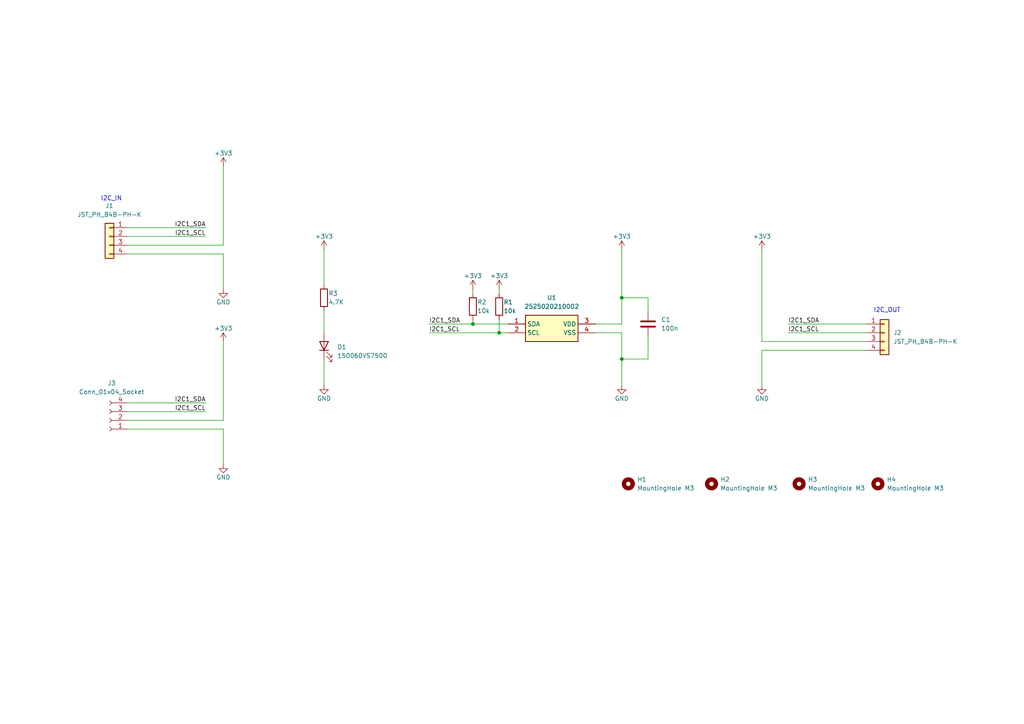
<source format=kicad_sch>
(kicad_sch (version 20230121) (generator eeschema)
  (paper "A4")
  (lib_symbols
    (symbol "BiltongBoardSensorExpansion:2525020210002"
      (property "Reference" "U" (at 21.59 7.62 0))
      (property "Value" "2525020210002" (at 21.59 5.08 0))
      (symbol "2525020210002_1_1"
        (rectangle (start 5.08 2.54) (end 20.32 -5.08) (stroke (width 0.254)) (fill (type background)))
        (pin passive line (at 0 0 0) (length 5.08) (name "SDA") (number "1"))
        (pin passive line (at 0 -2.54 0) (length 5.08) (name "SCL") (number "2"))
        (pin passive line (at 25.4 0 180) (length 5.08) (name "VDD") (number "3"))
        (pin passive line (at 25.4 -2.54 180) (length 5.08) (name "VSS") (number "4"))
      )
    )
    (symbol "Connector:Conn_01x04_Socket" (pin_names (offset 1.016) hide)
      (property "Reference" "J" (at 0 5.08 0))
      (property "Value" "Conn_01x04_Socket" (at 0 -7.62 0))
      (symbol "Conn_01x04_Socket_1_1"
        (arc (start 0 -4.572) (mid -0.5058 -5.08) (end 0 -5.588) (stroke (width 0.1524)))
        (arc (start 0 -2.032) (mid -0.5058 -2.54) (end 0 -3.048) (stroke (width 0.1524)))
        (polyline (pts (xy -1.27 -5.08) (xy -0.508 -5.08)) (stroke (width 0.1524)))
        (polyline (pts (xy -1.27 -2.54) (xy -0.508 -2.54)) (stroke (width 0.1524)))
        (polyline (pts (xy -1.27 0) (xy -0.508 0)) (stroke (width 0.1524)))
        (polyline (pts (xy -1.27 2.54) (xy -0.508 2.54)) (stroke (width 0.1524)))
        (arc (start 0 0.508) (mid -0.5058 0) (end 0 -0.508) (stroke (width 0.1524)))
        (arc (start 0 3.048) (mid -0.5058 2.54) (end 0 2.032) (stroke (width 0.1524)))
        (pin passive line (at -5.08 2.54 0) (length 3.81) (name "Pin_1") (number "1"))
        (pin passive line (at -5.08 0 0) (length 3.81) (name "Pin_2") (number "2"))
        (pin passive line (at -5.08 -2.54 0) (length 3.81) (name "Pin_3") (number "3"))
        (pin passive line (at -5.08 -5.08 0) (length 3.81) (name "Pin_4") (number "4"))
      )
    )
    (symbol "Connector_Generic:Conn_01x04" (pin_names (offset 1.016) hide)
      (property "Reference" "J" (at 0 5.08 0))
      (property "Value" "Conn_01x04" (at 0 -7.62 0))
      (symbol "Conn_01x04_1_1"
        (rectangle (start -1.27 -4.953) (end 0 -5.207) (stroke (width 0.1524)))
        (rectangle (start -1.27 -2.413) (end 0 -2.667) (stroke (width 0.1524)))
        (rectangle (start -1.27 0.127) (end 0 -0.127) (stroke (width 0.1524)))
        (rectangle (start -1.27 2.667) (end 0 2.413) (stroke (width 0.1524)))
        (rectangle (start -1.27 3.81) (end 1.27 -6.35) (stroke (width 0.254)) (fill (type background)))
        (pin passive line (at -5.08 2.54 0) (length 3.81) (name "Pin_1") (number "1"))
        (pin passive line (at -5.08 0 0) (length 3.81) (name "Pin_2") (number "2"))
        (pin passive line (at -5.08 -2.54 0) (length 3.81) (name "Pin_3") (number "3"))
        (pin passive line (at -5.08 -5.08 0) (length 3.81) (name "Pin_4") (number "4"))
      )
    )
    (symbol "Device:C" (pin_numbers hide) (pin_names (offset 0.254))
      (property "Reference" "C" (at 0.635 2.54 0))
      (property "Value" "C" (at 0.635 -2.54 0))
      (symbol "C_0_1"
        (polyline (pts (xy -2.032 -0.762) (xy 2.032 -0.762)) (stroke (width 0.508)))
        (polyline (pts (xy -2.032 0.762) (xy 2.032 0.762)) (stroke (width 0.508)))
      )
      (symbol "C_1_1"
        (pin passive line (at 0 3.81 270) (length 2.794) (name "~") (number "1"))
        (pin passive line (at 0 -3.81 90) (length 2.794) (name "~") (number "2"))
      )
    )
    (symbol "Device:LED" (pin_numbers hide) (pin_names (offset 1.016) hide)
      (property "Reference" "D" (at 0 2.54 0))
      (property "Value" "LED" (at 0 -2.54 0))
      (symbol "LED_0_1"
        (polyline (pts (xy -1.27 -1.27) (xy -1.27 1.27)) (stroke (width 0.254)))
        (polyline (pts (xy -1.27 0) (xy 1.27 0)))
        (polyline (pts (xy 1.27 -1.27) (xy 1.27 1.27) (xy -1.27 0) (xy 1.27 -1.27)) (stroke (width 0.254)))
        (polyline (pts (xy -3.048 -0.762) (xy -4.572 -2.286) (xy -3.81 -2.286) (xy -4.572 -2.286) (xy -4.572 -1.524)))
        (polyline (pts (xy -1.778 -0.762) (xy -3.302 -2.286) (xy -2.54 -2.286) (xy -3.302 -2.286) (xy -3.302 -1.524)))
      )
      (symbol "LED_1_1"
        (pin passive line (at -3.81 0 0) (length 2.54) (name "K") (number "1"))
        (pin passive line (at 3.81 0 180) (length 2.54) (name "A") (number "2"))
      )
    )
    (symbol "Device:R" (pin_numbers hide) (pin_names (offset 0))
      (property "Reference" "R" (at 2.032 0 90))
      (property "Value" "R" (at 0 0 90))
      (symbol "R_0_1"
        (rectangle (start -1.016 -2.54) (end 1.016 2.54) (stroke (width 0.254)))
      )
      (symbol "R_1_1"
        (pin passive line (at 0 3.81 270) (length 1.27) (name "~") (number "1"))
        (pin passive line (at 0 -3.81 90) (length 1.27) (name "~") (number "2"))
      )
    )
    (symbol "Mechanical:MountingHole" (pin_names (offset 1.016))
      (property "Reference" "H" (at 0 5.08 0))
      (property "Value" "MountingHole" (at 0 3.175 0))
      (symbol "MountingHole_0_1"
        (circle (center 0 0) (radius 1.27) (stroke (width 1.27)))
      )
    )
    (symbol "power:+3V3" (power) (pin_names (offset 0))
      (property "Value" "+3V3" (at 0 3.556 0))
      (symbol "+3V3_0_1"
        (polyline (pts (xy -0.762 1.27) (xy 0 2.54)))
        (polyline (pts (xy 0 0) (xy 0 2.54)))
        (polyline (pts (xy 0 2.54) (xy 0.762 1.27)))
      )
      (symbol "+3V3_1_1"
        (pin power_in line (at 0 0 90) (length 0) hide (name "+3V3") (number "1"))
      )
    )
    (symbol "power:GND" (power) (pin_names (offset 0))
      (property "Value" "GND" (at 0 -3.81 0))
      (symbol "GND_0_1"
        (polyline (pts (xy 0 0) (xy 0 -1.27) (xy 1.27 -1.27) (xy 0 -2.54) (xy -1.27 -1.27) (xy 0 -1.27)))
      )
      (symbol "GND_1_1"
        (pin power_in line (at 0 0 270) (length 0) hide (name "GND") (number "1"))
      )
    )
  )
  (junction (at 137.16 93.98))
  (junction (at 144.78 96.52))
  (junction (at 180.34 104.14))
  (junction (at 180.34 86.36))
  (wire (pts (xy 144.78 83.82) (xy 144.78 85.09)))
  (wire (pts (xy 64.77 99.06) (xy 64.77 121.92)))
  (wire (pts (xy 64.77 73.66) (xy 36.83 73.66)))
  (wire (pts (xy 187.96 104.14) (xy 187.96 97.79)))
  (wire (pts (xy 64.77 124.46) (xy 36.83 124.46)))
  (wire (pts (xy 36.83 121.92) (xy 64.77 121.92)))
  (wire (pts (xy 36.83 68.58) (xy 59.69 68.58)))
  (wire (pts (xy 251.46 93.98) (xy 228.6 93.98)))
  (wire (pts (xy 251.46 96.52) (xy 228.6 96.52)))
  (wire (pts (xy 180.34 72.39) (xy 180.34 86.36)))
  (wire (pts (xy 220.98 72.39) (xy 220.98 99.06)))
  (wire (pts (xy 64.77 48.26) (xy 64.77 71.12)))
  (wire (pts (xy 93.98 90.17) (xy 93.98 96.52)))
  (wire (pts (xy 137.16 92.71) (xy 137.16 93.98)))
  (wire (pts (xy 144.78 96.52) (xy 124.46 96.52)))
  (wire (pts (xy 180.34 86.36) (xy 180.34 93.98)))
  (wire (pts (xy 147.32 96.52) (xy 144.78 96.52)))
  (wire (pts (xy 137.16 93.98) (xy 124.46 93.98)))
  (wire (pts (xy 172.72 93.98) (xy 180.34 93.98)))
  (wire (pts (xy 251.46 99.06) (xy 220.98 99.06)))
  (wire (pts (xy 36.83 71.12) (xy 64.77 71.12)))
  (wire (pts (xy 93.98 72.39) (xy 93.98 82.55)))
  (wire (pts (xy 180.34 104.14) (xy 187.96 104.14)))
  (wire (pts (xy 93.98 104.14) (xy 93.98 111.76)))
  (wire (pts (xy 187.96 86.36) (xy 180.34 86.36)))
  (wire (pts (xy 187.96 90.17) (xy 187.96 86.36)))
  (wire (pts (xy 180.34 104.14) (xy 180.34 111.76)))
  (wire (pts (xy 180.34 96.52) (xy 180.34 104.14)))
  (wire (pts (xy 36.83 116.84) (xy 59.69 116.84)))
  (wire (pts (xy 137.16 83.82) (xy 137.16 85.09)))
  (wire (pts (xy 144.78 92.71) (xy 144.78 96.52)))
  (wire (pts (xy 36.83 66.04) (xy 59.69 66.04)))
  (wire (pts (xy 147.32 93.98) (xy 137.16 93.98)))
  (wire (pts (xy 220.98 101.6) (xy 220.98 111.76)))
  (wire (pts (xy 220.98 101.6) (xy 251.46 101.6)))
  (wire (pts (xy 64.77 124.46) (xy 64.77 134.62)))
  (wire (pts (xy 172.72 96.52) (xy 180.34 96.52)))
  (wire (pts (xy 36.83 119.38) (xy 59.69 119.38)))
  (wire (pts (xy 64.77 73.66) (xy 64.77 83.82)))
  (text "I2C_OUT" (at 253.365 90.805 0) (effects (font (size 1.27 1.27)) (justify left bottom)))
  (text "I2C_IN" (at 29.21 58.42 0) (effects (font (size 1.27 1.27)) (justify left bottom)))
  (label "I2C1_SDA" (at 59.69 66.04 180))
  (label "I2C1_SDA" (at 124.46 93.98 0))
  (label "I2C1_SCL" (at 59.69 119.38 180))
  (label "I2C1_SCL" (at 59.69 68.58 180))
  (label "I2C1_SDA" (at 59.69 116.84 180))
  (label "I2C1_SCL" (at 124.46 96.52 0))
  (label "I2C1_SCL" (at 228.6 96.52 0))
  (label "I2C1_SDA" (at 228.6 93.98 0))
  (symbol (lib_id "Device:R") (at 144.78 88.9 180) (unit 1)
    (property "Reference" "R1" (at 146.05 87.63 0) (effects (justify right)))
    (property "Value" "10k" (at 146.05 90.17 0) (effects (justify right)))
    (property "Footprint" "Resistor_SMD:R_0603_1608Metric" (effects hide))
  )
  (symbol (lib_id "Connector_Generic:Conn_01x04") (at 31.75 68.58 0) (mirror y) (unit 1)
    (property "Reference" "J1" (at 31.75 59.69 0))
    (property "Value" "JST_PH_B4B-PH-K" (at 31.75 62.23 0))
    (property "Footprint" "Connector_JST:JST_PH_B4B-PH-K_1x04_P2.00mm_Vertical" (effects hide))
  )
  (symbol (lib_id "power:+3V3") (at 64.77 48.26 0) (mirror y) (unit 1)
    (property "Reference" "#PWR01" (effects hide))
    (property "Value" "+3V3" (at 64.77 44.45 0))
  )
  (symbol (lib_id "power:+3V3") (at 180.34 72.39 0) (mirror y) (unit 1)
    (property "Reference" "#PWR04" (effects hide))
    (property "Value" "+3V3" (at 180.34 68.58 0))
  )
  (symbol (lib_id "Connector_Generic:Conn_01x04") (at 256.54 96.52 0) (unit 1)
    (property "Reference" "J2" (at 259.08 96.52 0) (effects (justify left)))
    (property "Value" "JST_PH_B4B-PH-K" (at 259.08 99.06 0) (effects (justify left)))
    (property "Footprint" "Connector_JST:JST_PH_B4B-PH-K_1x04_P2.00mm_Vertical" (effects hide))
  )
  (symbol (lib_id "power:+3V3") (at 64.77 99.06 0) (mirror y) (unit 1)
    (property "Reference" "#PWR07" (effects hide))
    (property "Value" "+3V3" (at 64.77 95.25 0))
  )
  (symbol (lib_id "Mechanical:MountingHole") (at 254.635 140.335 0) (unit 1) (in_bom no)
    (property "Reference" "H4" (at 257.175 139.065 0) (effects (justify left)))
    (property "Value" "MountingHole M3" (at 257.175 141.605 0) (effects (justify left)))
    (property "Footprint" "MountingHole:MountingHole_3.2mm_M3" (effects hide))
  )
  (symbol (lib_id "Device:LED") (at 93.98 100.33 90) (unit 1)
    (property "Reference" "D1" (at 97.79 100.6475 90) (effects (justify right)))
    (property "Value" "150060VS7500" (at 97.79 103.1875 90) (effects (justify right)))
    (property "Footprint" "LED_SMD:LED_0603_1608Metric" (effects hide))
    (property "Datasheet" "https://www.digikey.com/en/products/detail/w%C3%BCrth-elektronik/150060VS75000/4489906" (effects hide))
  )
  (symbol (lib_id "power:GND") (at 180.34 111.76 0) (mirror y) (unit 1)
    (property "Reference" "#PWR03" (effects hide))
    (property "Value" "GND" (at 180.34 115.57 0))
  )
  (symbol (lib_id "power:GND") (at 93.98 111.76 0) (mirror y) (unit 1)
    (property "Reference" "#PWR012" (effects hide))
    (property "Value" "GND" (at 93.98 115.57 0))
  )
  (symbol (lib_id "power:+3V3") (at 220.98 72.39 0) (unit 1)
    (property "Reference" "#PWR09" (effects hide))
    (property "Value" "+3V3" (at 220.98 68.58 0))
  )
  (symbol (lib_id "Device:R") (at 137.16 88.9 180) (unit 1)
    (property "Reference" "R2" (at 138.43 87.63 0) (effects (justify right)))
    (property "Value" "10k" (at 138.43 90.17 0) (effects (justify right)))
    (property "Footprint" "Resistor_SMD:R_0603_1608Metric" (effects hide))
  )
  (symbol (lib_id "power:GND") (at 64.77 83.82 0) (mirror y) (unit 1)
    (property "Reference" "#PWR02" (effects hide))
    (property "Value" "GND" (at 64.77 87.63 0))
  )
  (symbol (lib_id "Device:C") (at 187.96 93.98 0) (unit 1)
    (property "Reference" "C1" (at 191.77 92.71 0) (effects (justify left)))
    (property "Value" "100n" (at 191.77 95.25 0) (effects (justify left)))
    (property "Footprint" "Capacitor_SMD:C_0603_1608Metric" (effects hide))
  )
  (symbol (lib_id "Mechanical:MountingHole") (at 206.375 140.335 90) (unit 1) (in_bom no)
    (property "Reference" "H2" (at 208.915 139.065 90) (effects (justify right)))
    (property "Value" "MountingHole M3" (at 208.915 141.605 90) (effects (justify right)))
    (property "Footprint" "MountingHole:MountingHole_3.2mm_M3" (effects hide))
  )
  (symbol (lib_id "Connector:Conn_01x04_Socket") (at 31.75 121.92 180) (unit 1)
    (property "Reference" "J3" (at 32.385 111.125 0))
    (property "Value" "Conn_01x04_Socket" (at 32.385 113.665 0))
    (property "Footprint" "Connector_PinHeader_2.54mm:PinHeader_1x04_P2.54mm_Vertical" (effects hide))
  )
  (symbol (lib_id "power:GND") (at 220.98 111.76 0) (unit 1)
    (property "Reference" "#PWR010" (effects hide))
    (property "Value" "GND" (at 220.98 115.57 0))
  )
  (symbol (lib_id "Mechanical:MountingHole") (at 231.775 140.335 0) (unit 1) (in_bom no)
    (property "Reference" "H3" (at 234.315 139.065 0) (effects (justify left)))
    (property "Value" "MountingHole M3" (at 234.315 141.605 0) (effects (justify left)))
    (property "Footprint" "MountingHole:MountingHole_3.2mm_M3" (effects hide))
  )
  (symbol (lib_id "power:+3V3") (at 137.16 83.82 0) (mirror y) (unit 1)
    (property "Reference" "#PWR05" (effects hide))
    (property "Value" "+3V3" (at 137.16 80.01 0))
  )
  (symbol (lib_id "Mechanical:MountingHole") (at 182.245 140.335 0) (unit 1) (in_bom no)
    (property "Reference" "H1" (at 184.785 139.065 0) (effects (justify left)))
    (property "Value" "MountingHole M3" (at 184.785 141.605 0) (effects (justify left)))
    (property "Footprint" "MountingHole:MountingHole_3.2mm_M3" (effects hide))
  )
  (symbol (lib_id "power:+3V3") (at 93.98 72.39 0) (mirror y) (unit 1)
    (property "Reference" "#PWR011" (effects hide))
    (property "Value" "+3V3" (at 93.98 68.58 0))
  )
  (symbol (lib_id "Device:R") (at 93.98 86.36 180) (unit 1)
    (property "Reference" "R3" (at 95.25 85.09 0) (effects (justify right)))
    (property "Value" "4.7K" (at 95.25 87.63 0) (effects (justify right)))
    (property "Footprint" "Resistor_SMD:R_0603_1608Metric" (effects hide))
  )
  (symbol (lib_id "power:+3V3") (at 144.78 83.82 0) (mirror y) (unit 1)
    (property "Reference" "#PWR06" (effects hide))
    (property "Value" "+3V3" (at 144.78 80.01 0))
  )
  (symbol (lib_id "BiltongBoardSensorExpansion:2525020210002") (at 147.32 93.98 0) (unit 1)
    (property "Reference" "U1" (at 160.02 86.36 0))
    (property "Value" "2525020210002" (at 160.02 88.9 0))
    (property "Footprint" "BiltongBoardSensorExpansion:2525020210002" (effects hide))
    (property "Datasheet" "https://www.we-online.com/components/products/datasheet/2525020210002_valid_from_2023-10-25.pdf" (effects hide))
    (property "Height" "0.59" (effects hide))
    (property "Mouser Part Number" "710-2525020210002" (effects hide))
    (property "Mouser Price/Stock" "https://www.mouser.co.uk/ProductDetail/Wurth-Elektronik/2525020210002?qs=HoCaDK9Nz5fMHXWEMIcK9w%3D%3D" (effects hide))
    (property "Manufacturer_Name" "Wurth Elektronik" (effects hide))
    (property "Manufacturer_Part_Number" "2525020210002" (effects hide))
  )
  (symbol (lib_id "power:GND") (at 64.77 134.62 0) (mirror y) (unit 1)
    (property "Reference" "#PWR08" (effects hide))
    (property "Value" "GND" (at 64.77 138.43 0))
  )
)
</source>
